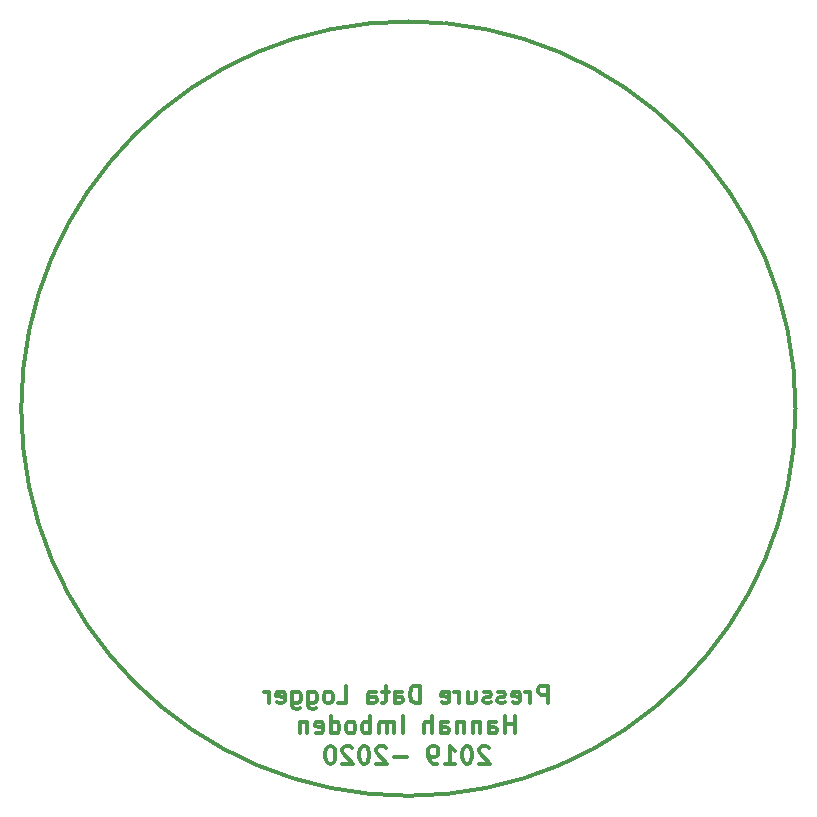
<source format=gbr>
G04 #@! TF.GenerationSoftware,KiCad,Pcbnew,(5.1.4)-1*
G04 #@! TF.CreationDate,2020-01-28T11:40:39-05:00*
G04 #@! TF.ProjectId,PDL_1920,50444c5f-3139-4323-902e-6b696361645f,rev?*
G04 #@! TF.SameCoordinates,Original*
G04 #@! TF.FileFunction,Legend,Bot*
G04 #@! TF.FilePolarity,Positive*
%FSLAX46Y46*%
G04 Gerber Fmt 4.6, Leading zero omitted, Abs format (unit mm)*
G04 Created by KiCad (PCBNEW (5.1.4)-1) date 2020-01-28 11:40:39*
%MOMM*%
%LPD*%
G04 APERTURE LIST*
%ADD10C,0.300000*%
G04 APERTURE END LIST*
D10*
X185166298Y-127038100D02*
G75*
G03X185166298Y-127038100I-32778998J0D01*
G01*
X164214271Y-151989071D02*
X164214271Y-150489071D01*
X163642842Y-150489071D01*
X163499985Y-150560500D01*
X163428557Y-150631928D01*
X163357128Y-150774785D01*
X163357128Y-150989071D01*
X163428557Y-151131928D01*
X163499985Y-151203357D01*
X163642842Y-151274785D01*
X164214271Y-151274785D01*
X162714271Y-151989071D02*
X162714271Y-150989071D01*
X162714271Y-151274785D02*
X162642842Y-151131928D01*
X162571414Y-151060500D01*
X162428557Y-150989071D01*
X162285700Y-150989071D01*
X161214271Y-151917642D02*
X161357128Y-151989071D01*
X161642842Y-151989071D01*
X161785700Y-151917642D01*
X161857128Y-151774785D01*
X161857128Y-151203357D01*
X161785700Y-151060500D01*
X161642842Y-150989071D01*
X161357128Y-150989071D01*
X161214271Y-151060500D01*
X161142842Y-151203357D01*
X161142842Y-151346214D01*
X161857128Y-151489071D01*
X160571414Y-151917642D02*
X160428557Y-151989071D01*
X160142842Y-151989071D01*
X159999985Y-151917642D01*
X159928557Y-151774785D01*
X159928557Y-151703357D01*
X159999985Y-151560500D01*
X160142842Y-151489071D01*
X160357128Y-151489071D01*
X160499985Y-151417642D01*
X160571414Y-151274785D01*
X160571414Y-151203357D01*
X160499985Y-151060500D01*
X160357128Y-150989071D01*
X160142842Y-150989071D01*
X159999985Y-151060500D01*
X159357128Y-151917642D02*
X159214271Y-151989071D01*
X158928557Y-151989071D01*
X158785700Y-151917642D01*
X158714271Y-151774785D01*
X158714271Y-151703357D01*
X158785700Y-151560500D01*
X158928557Y-151489071D01*
X159142842Y-151489071D01*
X159285700Y-151417642D01*
X159357128Y-151274785D01*
X159357128Y-151203357D01*
X159285700Y-151060500D01*
X159142842Y-150989071D01*
X158928557Y-150989071D01*
X158785700Y-151060500D01*
X157428557Y-150989071D02*
X157428557Y-151989071D01*
X158071414Y-150989071D02*
X158071414Y-151774785D01*
X157999985Y-151917642D01*
X157857128Y-151989071D01*
X157642842Y-151989071D01*
X157499985Y-151917642D01*
X157428557Y-151846214D01*
X156714271Y-151989071D02*
X156714271Y-150989071D01*
X156714271Y-151274785D02*
X156642842Y-151131928D01*
X156571414Y-151060500D01*
X156428557Y-150989071D01*
X156285700Y-150989071D01*
X155214271Y-151917642D02*
X155357128Y-151989071D01*
X155642842Y-151989071D01*
X155785700Y-151917642D01*
X155857128Y-151774785D01*
X155857128Y-151203357D01*
X155785700Y-151060500D01*
X155642842Y-150989071D01*
X155357128Y-150989071D01*
X155214271Y-151060500D01*
X155142842Y-151203357D01*
X155142842Y-151346214D01*
X155857128Y-151489071D01*
X153357128Y-151989071D02*
X153357128Y-150489071D01*
X152999985Y-150489071D01*
X152785700Y-150560500D01*
X152642842Y-150703357D01*
X152571414Y-150846214D01*
X152499985Y-151131928D01*
X152499985Y-151346214D01*
X152571414Y-151631928D01*
X152642842Y-151774785D01*
X152785700Y-151917642D01*
X152999985Y-151989071D01*
X153357128Y-151989071D01*
X151214271Y-151989071D02*
X151214271Y-151203357D01*
X151285700Y-151060500D01*
X151428557Y-150989071D01*
X151714271Y-150989071D01*
X151857128Y-151060500D01*
X151214271Y-151917642D02*
X151357128Y-151989071D01*
X151714271Y-151989071D01*
X151857128Y-151917642D01*
X151928557Y-151774785D01*
X151928557Y-151631928D01*
X151857128Y-151489071D01*
X151714271Y-151417642D01*
X151357128Y-151417642D01*
X151214271Y-151346214D01*
X150714271Y-150989071D02*
X150142842Y-150989071D01*
X150499985Y-150489071D02*
X150499985Y-151774785D01*
X150428557Y-151917642D01*
X150285700Y-151989071D01*
X150142842Y-151989071D01*
X148999985Y-151989071D02*
X148999985Y-151203357D01*
X149071414Y-151060500D01*
X149214271Y-150989071D01*
X149499985Y-150989071D01*
X149642842Y-151060500D01*
X148999985Y-151917642D02*
X149142842Y-151989071D01*
X149499985Y-151989071D01*
X149642842Y-151917642D01*
X149714271Y-151774785D01*
X149714271Y-151631928D01*
X149642842Y-151489071D01*
X149499985Y-151417642D01*
X149142842Y-151417642D01*
X148999985Y-151346214D01*
X146428557Y-151989071D02*
X147142842Y-151989071D01*
X147142842Y-150489071D01*
X145714271Y-151989071D02*
X145857128Y-151917642D01*
X145928557Y-151846214D01*
X145999985Y-151703357D01*
X145999985Y-151274785D01*
X145928557Y-151131928D01*
X145857128Y-151060500D01*
X145714271Y-150989071D01*
X145499985Y-150989071D01*
X145357128Y-151060500D01*
X145285700Y-151131928D01*
X145214271Y-151274785D01*
X145214271Y-151703357D01*
X145285700Y-151846214D01*
X145357128Y-151917642D01*
X145499985Y-151989071D01*
X145714271Y-151989071D01*
X143928557Y-150989071D02*
X143928557Y-152203357D01*
X143999985Y-152346214D01*
X144071414Y-152417642D01*
X144214271Y-152489071D01*
X144428557Y-152489071D01*
X144571414Y-152417642D01*
X143928557Y-151917642D02*
X144071414Y-151989071D01*
X144357128Y-151989071D01*
X144499985Y-151917642D01*
X144571414Y-151846214D01*
X144642842Y-151703357D01*
X144642842Y-151274785D01*
X144571414Y-151131928D01*
X144499985Y-151060500D01*
X144357128Y-150989071D01*
X144071414Y-150989071D01*
X143928557Y-151060500D01*
X142571414Y-150989071D02*
X142571414Y-152203357D01*
X142642842Y-152346214D01*
X142714271Y-152417642D01*
X142857128Y-152489071D01*
X143071414Y-152489071D01*
X143214271Y-152417642D01*
X142571414Y-151917642D02*
X142714271Y-151989071D01*
X142999985Y-151989071D01*
X143142842Y-151917642D01*
X143214271Y-151846214D01*
X143285700Y-151703357D01*
X143285700Y-151274785D01*
X143214271Y-151131928D01*
X143142842Y-151060500D01*
X142999985Y-150989071D01*
X142714271Y-150989071D01*
X142571414Y-151060500D01*
X141285700Y-151917642D02*
X141428557Y-151989071D01*
X141714271Y-151989071D01*
X141857128Y-151917642D01*
X141928557Y-151774785D01*
X141928557Y-151203357D01*
X141857128Y-151060500D01*
X141714271Y-150989071D01*
X141428557Y-150989071D01*
X141285700Y-151060500D01*
X141214271Y-151203357D01*
X141214271Y-151346214D01*
X141928557Y-151489071D01*
X140571414Y-151989071D02*
X140571414Y-150989071D01*
X140571414Y-151274785D02*
X140499985Y-151131928D01*
X140428557Y-151060500D01*
X140285700Y-150989071D01*
X140142842Y-150989071D01*
X161392842Y-154539071D02*
X161392842Y-153039071D01*
X161392842Y-153753357D02*
X160535700Y-153753357D01*
X160535700Y-154539071D02*
X160535700Y-153039071D01*
X159178557Y-154539071D02*
X159178557Y-153753357D01*
X159249985Y-153610500D01*
X159392842Y-153539071D01*
X159678557Y-153539071D01*
X159821414Y-153610500D01*
X159178557Y-154467642D02*
X159321414Y-154539071D01*
X159678557Y-154539071D01*
X159821414Y-154467642D01*
X159892842Y-154324785D01*
X159892842Y-154181928D01*
X159821414Y-154039071D01*
X159678557Y-153967642D01*
X159321414Y-153967642D01*
X159178557Y-153896214D01*
X158464271Y-153539071D02*
X158464271Y-154539071D01*
X158464271Y-153681928D02*
X158392842Y-153610500D01*
X158249985Y-153539071D01*
X158035700Y-153539071D01*
X157892842Y-153610500D01*
X157821414Y-153753357D01*
X157821414Y-154539071D01*
X157107128Y-153539071D02*
X157107128Y-154539071D01*
X157107128Y-153681928D02*
X157035700Y-153610500D01*
X156892842Y-153539071D01*
X156678557Y-153539071D01*
X156535700Y-153610500D01*
X156464271Y-153753357D01*
X156464271Y-154539071D01*
X155107128Y-154539071D02*
X155107128Y-153753357D01*
X155178557Y-153610500D01*
X155321414Y-153539071D01*
X155607128Y-153539071D01*
X155749985Y-153610500D01*
X155107128Y-154467642D02*
X155249985Y-154539071D01*
X155607128Y-154539071D01*
X155749985Y-154467642D01*
X155821414Y-154324785D01*
X155821414Y-154181928D01*
X155749985Y-154039071D01*
X155607128Y-153967642D01*
X155249985Y-153967642D01*
X155107128Y-153896214D01*
X154392842Y-154539071D02*
X154392842Y-153039071D01*
X153749985Y-154539071D02*
X153749985Y-153753357D01*
X153821414Y-153610500D01*
X153964271Y-153539071D01*
X154178557Y-153539071D01*
X154321414Y-153610500D01*
X154392842Y-153681928D01*
X151892842Y-154539071D02*
X151892842Y-153039071D01*
X151178557Y-154539071D02*
X151178557Y-153539071D01*
X151178557Y-153681928D02*
X151107128Y-153610500D01*
X150964271Y-153539071D01*
X150749985Y-153539071D01*
X150607128Y-153610500D01*
X150535700Y-153753357D01*
X150535700Y-154539071D01*
X150535700Y-153753357D02*
X150464271Y-153610500D01*
X150321414Y-153539071D01*
X150107128Y-153539071D01*
X149964271Y-153610500D01*
X149892842Y-153753357D01*
X149892842Y-154539071D01*
X149178557Y-154539071D02*
X149178557Y-153039071D01*
X149178557Y-153610500D02*
X149035700Y-153539071D01*
X148749985Y-153539071D01*
X148607128Y-153610500D01*
X148535700Y-153681928D01*
X148464271Y-153824785D01*
X148464271Y-154253357D01*
X148535700Y-154396214D01*
X148607128Y-154467642D01*
X148749985Y-154539071D01*
X149035700Y-154539071D01*
X149178557Y-154467642D01*
X147607128Y-154539071D02*
X147749985Y-154467642D01*
X147821414Y-154396214D01*
X147892842Y-154253357D01*
X147892842Y-153824785D01*
X147821414Y-153681928D01*
X147749985Y-153610500D01*
X147607128Y-153539071D01*
X147392842Y-153539071D01*
X147249985Y-153610500D01*
X147178557Y-153681928D01*
X147107128Y-153824785D01*
X147107128Y-154253357D01*
X147178557Y-154396214D01*
X147249985Y-154467642D01*
X147392842Y-154539071D01*
X147607128Y-154539071D01*
X145821414Y-154539071D02*
X145821414Y-153039071D01*
X145821414Y-154467642D02*
X145964271Y-154539071D01*
X146249985Y-154539071D01*
X146392842Y-154467642D01*
X146464271Y-154396214D01*
X146535700Y-154253357D01*
X146535700Y-153824785D01*
X146464271Y-153681928D01*
X146392842Y-153610500D01*
X146249985Y-153539071D01*
X145964271Y-153539071D01*
X145821414Y-153610500D01*
X144535700Y-154467642D02*
X144678557Y-154539071D01*
X144964271Y-154539071D01*
X145107128Y-154467642D01*
X145178557Y-154324785D01*
X145178557Y-153753357D01*
X145107128Y-153610500D01*
X144964271Y-153539071D01*
X144678557Y-153539071D01*
X144535700Y-153610500D01*
X144464271Y-153753357D01*
X144464271Y-153896214D01*
X145178557Y-154039071D01*
X143821414Y-153539071D02*
X143821414Y-154539071D01*
X143821414Y-153681928D02*
X143749985Y-153610500D01*
X143607128Y-153539071D01*
X143392842Y-153539071D01*
X143249985Y-153610500D01*
X143178557Y-153753357D01*
X143178557Y-154539071D01*
X159214271Y-155731928D02*
X159142842Y-155660500D01*
X158999985Y-155589071D01*
X158642842Y-155589071D01*
X158499985Y-155660500D01*
X158428557Y-155731928D01*
X158357128Y-155874785D01*
X158357128Y-156017642D01*
X158428557Y-156231928D01*
X159285700Y-157089071D01*
X158357128Y-157089071D01*
X157428557Y-155589071D02*
X157285700Y-155589071D01*
X157142842Y-155660500D01*
X157071414Y-155731928D01*
X156999985Y-155874785D01*
X156928557Y-156160500D01*
X156928557Y-156517642D01*
X156999985Y-156803357D01*
X157071414Y-156946214D01*
X157142842Y-157017642D01*
X157285700Y-157089071D01*
X157428557Y-157089071D01*
X157571414Y-157017642D01*
X157642842Y-156946214D01*
X157714271Y-156803357D01*
X157785700Y-156517642D01*
X157785700Y-156160500D01*
X157714271Y-155874785D01*
X157642842Y-155731928D01*
X157571414Y-155660500D01*
X157428557Y-155589071D01*
X155499985Y-157089071D02*
X156357128Y-157089071D01*
X155928557Y-157089071D02*
X155928557Y-155589071D01*
X156071414Y-155803357D01*
X156214271Y-155946214D01*
X156357128Y-156017642D01*
X154785700Y-157089071D02*
X154499985Y-157089071D01*
X154357128Y-157017642D01*
X154285700Y-156946214D01*
X154142842Y-156731928D01*
X154071414Y-156446214D01*
X154071414Y-155874785D01*
X154142842Y-155731928D01*
X154214271Y-155660500D01*
X154357128Y-155589071D01*
X154642842Y-155589071D01*
X154785700Y-155660500D01*
X154857128Y-155731928D01*
X154928557Y-155874785D01*
X154928557Y-156231928D01*
X154857128Y-156374785D01*
X154785700Y-156446214D01*
X154642842Y-156517642D01*
X154357128Y-156517642D01*
X154214271Y-156446214D01*
X154142842Y-156374785D01*
X154071414Y-156231928D01*
X152285700Y-156517642D02*
X151142842Y-156517642D01*
X150499985Y-155731928D02*
X150428557Y-155660500D01*
X150285700Y-155589071D01*
X149928557Y-155589071D01*
X149785700Y-155660500D01*
X149714271Y-155731928D01*
X149642842Y-155874785D01*
X149642842Y-156017642D01*
X149714271Y-156231928D01*
X150571414Y-157089071D01*
X149642842Y-157089071D01*
X148714271Y-155589071D02*
X148571414Y-155589071D01*
X148428557Y-155660500D01*
X148357128Y-155731928D01*
X148285700Y-155874785D01*
X148214271Y-156160500D01*
X148214271Y-156517642D01*
X148285700Y-156803357D01*
X148357128Y-156946214D01*
X148428557Y-157017642D01*
X148571414Y-157089071D01*
X148714271Y-157089071D01*
X148857128Y-157017642D01*
X148928557Y-156946214D01*
X148999985Y-156803357D01*
X149071414Y-156517642D01*
X149071414Y-156160500D01*
X148999985Y-155874785D01*
X148928557Y-155731928D01*
X148857128Y-155660500D01*
X148714271Y-155589071D01*
X147642842Y-155731928D02*
X147571414Y-155660500D01*
X147428557Y-155589071D01*
X147071414Y-155589071D01*
X146928557Y-155660500D01*
X146857128Y-155731928D01*
X146785700Y-155874785D01*
X146785700Y-156017642D01*
X146857128Y-156231928D01*
X147714271Y-157089071D01*
X146785700Y-157089071D01*
X145857128Y-155589071D02*
X145714271Y-155589071D01*
X145571414Y-155660500D01*
X145499985Y-155731928D01*
X145428557Y-155874785D01*
X145357128Y-156160500D01*
X145357128Y-156517642D01*
X145428557Y-156803357D01*
X145499985Y-156946214D01*
X145571414Y-157017642D01*
X145714271Y-157089071D01*
X145857128Y-157089071D01*
X145999985Y-157017642D01*
X146071414Y-156946214D01*
X146142842Y-156803357D01*
X146214271Y-156517642D01*
X146214271Y-156160500D01*
X146142842Y-155874785D01*
X146071414Y-155731928D01*
X145999985Y-155660500D01*
X145857128Y-155589071D01*
M02*

</source>
